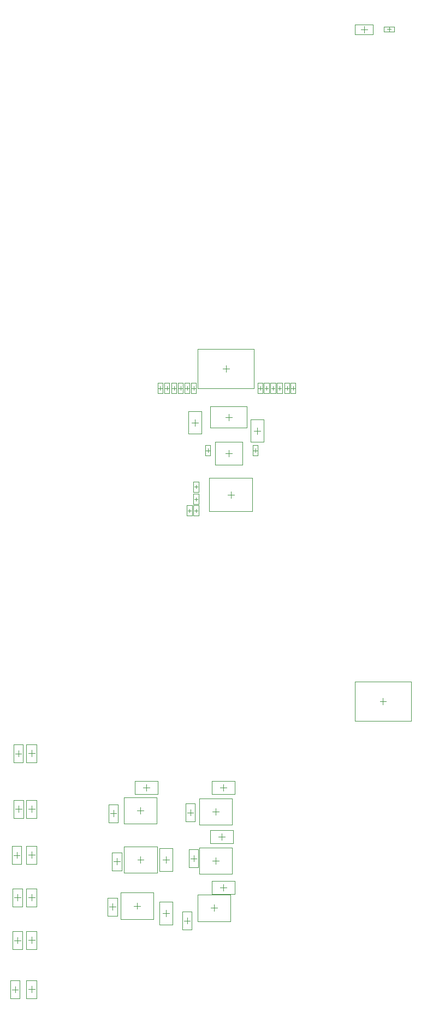
<source format=gbr>
G04 Layer_Color=32768*
%FSLAX26Y26*%
%MOIN*%
%TF.FileFunction,Other,Mechanical_15*%
%TF.Part,Single*%
G01*
G75*
%TA.AperFunction,NonConductor*%
%ADD74C,0.003937*%
%ADD77C,0.001968*%
D74*
X0Y-4834685D02*
X0Y-4795315D01*
X-19685Y-4815000D02*
X19685Y-4815000D01*
X-20000Y-4554685D02*
X-20000Y-4515315D01*
X-39685Y-4535000D02*
X-315Y-4535000D01*
X-495000Y-5129685D02*
X-495000Y-5090315D01*
X-514685Y-5110000D02*
X-475315Y-5110000D01*
X-1080000Y-4814685D02*
X-1080000Y-4775315D01*
X-1099685Y-4795000D02*
X-1060315Y-4795000D01*
X-1075000Y-5334685D02*
X-1075000Y-5295315D01*
X-1094685Y-5315000D02*
X-1055315Y-5315000D01*
X-1090000Y-5634685D02*
X-1090000Y-5595315D01*
X-1109685Y-5615000D02*
X-1070315Y-5615000D01*
X-1070000Y-4194685D02*
X-1070000Y-4155315D01*
X-1089685Y-4175000D02*
X-1050315Y-4175000D01*
X-1075000Y-5073066D02*
X-1075000Y-5033696D01*
X-1094685Y-5053381D02*
X-1055315Y-5053381D01*
X-345000Y-5124685D02*
X-345000Y-5085315D01*
X-364685Y-5105000D02*
X-325315Y-5105000D01*
X135946Y-4849685D02*
X135946Y-4810315D01*
X116261Y-4830000D02*
X155631Y-4830000D01*
X123978Y-5137401D02*
X123978Y-5098031D01*
X104293Y-5117717D02*
X143663Y-5117717D01*
X-40000Y-5214685D02*
X-40000Y-5175315D01*
X-59685Y-5195000D02*
X-20315Y-5195000D01*
X-325000Y-4543307D02*
X-325000Y-4503937D01*
X-344685Y-4523622D02*
X-305315Y-4523622D01*
X-490000Y-4559685D02*
X-490000Y-4520315D01*
X-509685Y-4540000D02*
X-470315Y-4540000D01*
X-188306Y-4823622D02*
X-148936Y-4823622D01*
X-168622Y-4843306D02*
X-168622Y-4803936D01*
X-288622Y-4403306D02*
X-288622Y-4363936D01*
X-308306Y-4383622D02*
X-268936Y-4383622D01*
X181378Y-5013306D02*
X181378Y-4973936D01*
X161694Y-4993622D02*
X201064Y-4993622D01*
X171378Y-4703306D02*
X171378Y-4663936D01*
X151694Y-4683622D02*
X191064Y-4683622D01*
X-188308Y-5150001D02*
X-148938Y-5150001D01*
X-168622Y-5169685D02*
X-168622Y-5130315D01*
X181378Y-4403306D02*
X181378Y-4363936D01*
X161694Y-4383622D02*
X201064Y-4383622D01*
X-988622Y-5633308D02*
X-988622Y-5593936D01*
X-1008306Y-5613622D02*
X-968936Y-5613622D01*
X-988622Y-5333308D02*
X-988622Y-5293936D01*
X-1008306Y-5313622D02*
X-968936Y-5313622D01*
X-988622Y-5073308D02*
X-988622Y-5033936D01*
X-1008306Y-5053622D02*
X-968936Y-5053622D01*
X-988622Y-4533308D02*
X-988622Y-4493936D01*
X-1008306Y-4513622D02*
X-968936Y-4513622D01*
X-988622Y-4813308D02*
X-988622Y-4773936D01*
X-1008306Y-4793622D02*
X-968936Y-4793622D01*
X-988622Y-4193308D02*
X-988622Y-4153936D01*
X-1008306Y-4173622D02*
X-968936Y-4173622D01*
X-488306Y-4833622D02*
X-448936Y-4833622D01*
X-468622Y-4853306D02*
X-468622Y-4813936D01*
X-1088306Y-4513622D02*
X-1048936Y-4513622D01*
X-1068622Y-4533306D02*
X-1068622Y-4493936D01*
X-343306Y-4823622D02*
X-303936Y-4823622D01*
X-323622Y-4843306D02*
X-323622Y-4803936D01*
X116261Y-4530000D02*
X155631Y-4530000D01*
X135945Y-4549684D02*
X135945Y-4510314D01*
X1041104Y223700D02*
X1041104Y263070D01*
X1021418Y243386D02*
X1060788Y243386D01*
X207638Y-2595122D02*
X247008Y-2595122D01*
X227324Y-2614806D02*
X227324Y-2575436D01*
X194512Y-2122940D02*
X233882Y-2122940D01*
X214196Y-2142626D02*
X214196Y-2103256D01*
X1156324Y-3876808D02*
X1156324Y-3837436D01*
X1136638Y-3857122D02*
X1176008Y-3857122D01*
X177638Y-1825122D02*
X217008Y-1825122D01*
X197324Y-1844808D02*
X197324Y-1805436D01*
X214196Y-2362626D02*
X214196Y-2323256D01*
X194512Y-2342940D02*
X233882Y-2342940D01*
X-12362Y-2155122D02*
X27008Y-2155122D01*
X7324Y-2174808D02*
X7324Y-2135436D01*
X367638Y-2205122D02*
X407008Y-2205122D01*
X387324Y-2224808D02*
X387324Y-2185436D01*
D77*
X509252Y-1976496D02*
X540748Y-1976496D01*
X509252Y-1913504D02*
X540748Y-1913504D01*
X509252Y-1976496D02*
X509252Y-1913504D01*
X540748Y-1976496D02*
X540748Y-1913504D01*
X525000Y-1955827D02*
X525000Y-1934173D01*
X514173Y-1945000D02*
X535827Y-1945000D01*
X-29528Y-4870118D02*
X29527Y-4870118D01*
X-29528Y-4759882D02*
X29527Y-4759882D01*
X-29528Y-4870118D02*
X-29528Y-4759882D01*
X29527Y-4870118D02*
X29527Y-4759882D01*
X-49528Y-4590118D02*
X9527Y-4590118D01*
X-49528Y-4479882D02*
X9527Y-4479882D01*
X-49528Y-4590118D02*
X-49528Y-4479882D01*
X9527Y-4590118D02*
X9527Y-4479882D01*
X-524528Y-5165118D02*
X-465473Y-5165118D01*
X-524528Y-5054882D02*
X-465473Y-5054882D01*
X-524528Y-5165118D02*
X-524528Y-5054882D01*
X-465473Y-5165118D02*
X-465473Y-5054882D01*
X-1109527Y-4850118D02*
X-1050472Y-4850118D01*
X-1109527Y-4739882D02*
X-1050472Y-4739882D01*
X-1050472Y-4850118D02*
X-1050472Y-4739882D01*
X-1109527Y-4850118D02*
X-1109527Y-4739882D01*
X-1104527Y-5370118D02*
X-1045472Y-5370118D01*
X-1104527Y-5259882D02*
X-1045472Y-5259882D01*
X-1045472Y-5370118D02*
X-1045472Y-5259882D01*
X-1104527Y-5370118D02*
X-1104527Y-5259882D01*
X-1119527Y-5670118D02*
X-1060472Y-5670118D01*
X-1119527Y-5559882D02*
X-1060472Y-5559882D01*
X-1060472Y-5670118D02*
X-1060472Y-5559882D01*
X-1119527Y-5670118D02*
X-1119527Y-5559882D01*
X-1099527Y-4230118D02*
X-1040472Y-4230118D01*
X-1099527Y-4119882D02*
X-1040472Y-4119882D01*
X-1040472Y-4230118D02*
X-1040472Y-4119882D01*
X-1099527Y-4230118D02*
X-1099527Y-4119882D01*
X-1104527Y-5108499D02*
X-1045472Y-5108499D01*
X-1104527Y-4998263D02*
X-1045472Y-4998263D01*
X-1045472Y-5108499D02*
X-1045472Y-4998263D01*
X-1104527Y-5108499D02*
X-1104527Y-4998263D01*
X469252Y-1913504D02*
X500748Y-1913504D01*
X469252Y-1976496D02*
X500748Y-1976496D01*
X500748Y-1913504D01*
X469252Y-1976496D02*
X469252Y-1913504D01*
X485000Y-1955827D02*
X485000Y-1934173D01*
X474173Y-1945000D02*
X495827Y-1945000D01*
X-95748Y-1976496D02*
X-64252Y-1976496D01*
X-95748Y-1913504D02*
X-64252Y-1913504D01*
X-95748Y-1976496D02*
X-95748Y-1913504D01*
X-64252Y-1976496D02*
X-64252Y-1913504D01*
X-80000Y-1955827D02*
X-80000Y-1934173D01*
X-90827Y-1945000D02*
X-69173Y-1945000D01*
X-445394Y-5185709D02*
X-244606Y-5185709D01*
X-445394Y-5024291D02*
X-244606Y-5024291D01*
X-244606Y-5185709D02*
X-244606Y-5024291D01*
X-445394Y-5185709D02*
X-445394Y-5024291D01*
X35552Y-4910709D02*
X236340Y-4910709D01*
X35552Y-4749291D02*
X236340Y-4749291D01*
X236340Y-4910709D02*
X236340Y-4749291D01*
X35552Y-4910709D02*
X35552Y-4749291D01*
X23584Y-5198425D02*
X224372Y-5198425D01*
X23584Y-5037008D02*
X224372Y-5037008D01*
X224372Y-5198425D02*
X224372Y-5037008D01*
X23584Y-5198425D02*
X23584Y-5037008D01*
X-135748Y-1913504D02*
X-104252Y-1913504D01*
X-135748Y-1976496D02*
X-104252Y-1976496D01*
X-104252Y-1913504D01*
X-135748Y-1976496D02*
X-135748Y-1913504D01*
X-120000Y-1955827D02*
X-120000Y-1934173D01*
X-130827Y-1945000D02*
X-109173Y-1945000D01*
X-178424Y-1976496D02*
X-146928Y-1976496D01*
X-178424Y-1913504D02*
X-146928Y-1913504D01*
X-178424Y-1976496D02*
X-178424Y-1913504D01*
X-146928Y-1976496D02*
X-146928Y-1913504D01*
X-162676Y-1955827D02*
X-162676Y-1934173D01*
X-173503Y-1945000D02*
X-151849Y-1945000D01*
X-69528Y-5139882D02*
X-10472Y-5139882D01*
X-69528Y-5250118D02*
X-10472Y-5250118D01*
X-10472Y-5139882D01*
X-69528Y-5250118D02*
X-69528Y-5139882D01*
X-425394Y-4604331D02*
X-224606Y-4604331D01*
X-425394Y-4442913D02*
X-224606Y-4442913D01*
X-224606Y-4604331D02*
X-224606Y-4442913D01*
X-425394Y-4604331D02*
X-425394Y-4442913D01*
X-519528Y-4595118D02*
X-460473Y-4595118D01*
X-519528Y-4484882D02*
X-460473Y-4484882D01*
X-519528Y-4595118D02*
X-519528Y-4484882D01*
X-460473Y-4595118D02*
X-460473Y-4484882D01*
X-748Y-2515422D02*
X30748Y-2515422D01*
X-748Y-2578414D02*
X30748Y-2578414D01*
X30748Y-2515422D01*
X-748Y-2578414D02*
X-748Y-2515422D01*
X15000Y-2557745D02*
X15000Y-2536091D01*
X4173Y-2546918D02*
X25827Y-2546918D01*
X-55748Y-1976496D02*
X-24252Y-1976496D01*
X-55748Y-1913504D02*
X-24252Y-1913504D01*
X-55748Y-1976496D02*
X-55748Y-1913504D01*
X-24252Y-1976496D02*
X-24252Y-1913504D01*
X-40000Y-1955827D02*
X-40000Y-1934173D01*
X-50827Y-1945000D02*
X-29173Y-1945000D01*
X-15748Y-1913504D02*
X15748Y-1913504D01*
X-15748Y-1976496D02*
X15748Y-1976496D01*
X15748Y-1913504D01*
X-15748Y-1976496D02*
X-15748Y-1913504D01*
X0Y-1955827D02*
X0Y-1934173D01*
X-10827Y-1945000D02*
X10827Y-1945000D01*
X429686Y-1976496D02*
X461182Y-1976496D01*
X429686Y-1913504D02*
X461182Y-1913504D01*
X429686Y-1976496D02*
X429686Y-1913504D01*
X461182Y-1976496D02*
X461182Y-1913504D01*
X445434Y-1955827D02*
X445434Y-1934173D01*
X434607Y-1945000D02*
X456261Y-1945000D01*
X554252Y-1976496D02*
X585748Y-1976496D01*
X554252Y-1913504D02*
X585748Y-1913504D01*
X554252Y-1976496D02*
X554252Y-1913504D01*
X585748Y-1976496D02*
X585748Y-1913504D01*
X570000Y-1955827D02*
X570000Y-1934173D01*
X559173Y-1945000D02*
X580827Y-1945000D01*
X1224804Y229528D02*
X1224804Y261024D01*
X1161812Y229528D02*
X1161812Y261024D01*
X1161812Y229528D02*
X1224804Y229528D01*
X1161812Y261024D02*
X1224804Y261024D01*
X1182481Y245276D02*
X1204134Y245276D01*
X1193308Y234449D02*
X1193308Y256102D01*
X-129252Y-4892520D02*
X-129252Y-4754724D01*
X-207992Y-4892520D02*
X-207992Y-4754724D01*
X-129252Y-4754724D01*
X-207992Y-4892520D02*
X-129252Y-4892520D01*
X-357518Y-4422992D02*
X-219724Y-4422992D01*
X-357518Y-4344252D02*
X-219724Y-4344252D01*
X-219724Y-4422992D02*
X-219724Y-4344252D01*
X-357518Y-4422992D02*
X-357518Y-4344252D01*
X112482Y-5032992D02*
X250276Y-5032992D01*
X112482Y-4954252D02*
X250276Y-4954252D01*
X250276Y-5032992D02*
X250276Y-4954252D01*
X112482Y-5032992D02*
X112482Y-4954252D01*
X102482Y-4722992D02*
X240276Y-4722992D01*
X102482Y-4644252D02*
X240276Y-4644252D01*
X240276Y-4722992D02*
X240276Y-4644252D01*
X102482Y-4722992D02*
X102482Y-4644252D01*
X-129252Y-5218897D02*
X-129252Y-5081103D01*
X-207992Y-5218897D02*
X-207992Y-5081103D01*
X-129252Y-5081103D01*
X-207992Y-5218897D02*
X-129252Y-5218897D01*
X112482Y-4422992D02*
X250276Y-4422992D01*
X112482Y-4344252D02*
X250276Y-4344252D01*
X250276Y-4422992D02*
X250276Y-4344252D01*
X112482Y-4422992D02*
X112482Y-4344252D01*
X-1020118Y-5558504D02*
X-957126Y-5558504D01*
X-1020118Y-5668740D02*
X-957126Y-5668740D01*
X-1020118Y-5668740D02*
X-1020118Y-5558504D01*
X-957126Y-5668740D02*
X-957126Y-5558504D01*
X-1020118Y-5258504D02*
X-957126Y-5258504D01*
X-1020118Y-5368740D02*
X-957126Y-5368740D01*
X-1020118Y-5368740D02*
X-1020118Y-5258504D01*
X-957126Y-5368740D02*
X-957126Y-5258504D01*
X-1020118Y-4998504D02*
X-957126Y-4998504D01*
X-1020118Y-5108740D02*
X-957126Y-5108740D01*
X-1020118Y-5108740D02*
X-1020118Y-4998504D01*
X-957126Y-5108740D02*
X-957126Y-4998504D01*
X-1020118Y-4458504D02*
X-957126Y-4458504D01*
X-1020118Y-4568740D02*
X-957126Y-4568740D01*
X-1020118Y-4568740D02*
X-1020118Y-4458504D01*
X-957126Y-4568740D02*
X-957126Y-4458504D01*
X-1020118Y-4738504D02*
X-957126Y-4738504D01*
X-1020118Y-4848740D02*
X-957126Y-4848740D01*
X-1020118Y-4848740D02*
X-1020118Y-4738504D01*
X-957126Y-4848740D02*
X-957126Y-4738504D01*
X-1020118Y-4118504D02*
X-957126Y-4118504D01*
X-1020118Y-4228740D02*
X-957126Y-4228740D01*
X-1020118Y-4228740D02*
X-1020118Y-4118504D01*
X-957126Y-4228740D02*
X-957126Y-4118504D01*
X-439094Y-4888740D02*
X-439094Y-4778504D01*
X-498148Y-4888740D02*
X-498148Y-4778504D01*
X-439094Y-4778504D01*
X-498148Y-4888740D02*
X-439094Y-4888740D01*
X-1098148Y-4568740D02*
X-1098148Y-4458504D01*
X-1039094Y-4568740D02*
X-1039094Y-4458504D01*
X-1098148Y-4458504D02*
X-1039094Y-4458504D01*
X-1098148Y-4568740D02*
X-1039094Y-4568740D01*
X-424016Y-4904330D02*
X-424016Y-4742914D01*
X-223228Y-4904330D02*
X-223228Y-4742914D01*
X-424016Y-4742914D02*
X-223228Y-4742914D01*
X-424016Y-4904330D02*
X-223228Y-4904330D01*
X35551Y-4610708D02*
X35551Y-4449292D01*
X236339Y-4610708D02*
X236339Y-4449292D01*
X35551Y-4449292D02*
X236339Y-4449292D01*
X35551Y-4610708D02*
X236339Y-4610708D01*
X985986Y211890D02*
X1096222Y211890D01*
X985986Y274882D02*
X1096222Y274882D01*
X1096222Y211890D02*
X1096222Y274882D01*
X985986Y211890D02*
X985986Y274882D01*
X95434Y-2697484D02*
X95434Y-2492760D01*
X359214Y-2697484D02*
X359214Y-2492760D01*
X95434Y-2492760D02*
X359214Y-2492760D01*
X95434Y-2697484D02*
X359214Y-2697484D01*
X596496Y-1945122D02*
X618150Y-1945122D01*
X607324Y-1955948D02*
X607324Y-1934296D01*
X591576Y-1976618D02*
X591576Y-1913626D01*
X623072Y-1976618D02*
X623072Y-1913626D01*
X591576Y-1976618D02*
X623072Y-1976618D01*
X591576Y-1913626D02*
X623072Y-1913626D01*
X396496Y-1945122D02*
X418150Y-1945122D01*
X407324Y-1955948D02*
X407324Y-1934296D01*
X391576Y-1976618D02*
X391576Y-1913626D01*
X423072Y-1976618D02*
X423072Y-1913626D01*
X391576Y-1976618D02*
X423072Y-1976618D01*
X391576Y-1913626D02*
X423072Y-1913626D01*
X101992Y-2187902D02*
X101992Y-2057980D01*
X326402Y-2187902D02*
X326402Y-2057980D01*
X101992Y-2057980D02*
X326402Y-2057980D01*
X101992Y-2187902D02*
X326402Y-2187902D01*
X985064Y-3977200D02*
X1327584Y-3977200D01*
X985064Y-3737044D02*
X1327584Y-3737044D01*
X985064Y-3977200D02*
X985064Y-3737044D01*
X1327584Y-3977200D02*
X1327584Y-3737044D01*
X26064Y-1945200D02*
X26064Y-1705044D01*
X368584Y-1945200D02*
X368584Y-1705044D01*
X26064Y-1705044D02*
X368584Y-1705044D01*
X26064Y-1945200D02*
X368584Y-1945200D01*
X131520Y-2411838D02*
X296874Y-2411838D01*
X131520Y-2274042D02*
X296874Y-2274042D01*
X296874Y-2411838D02*
X296874Y-2274042D01*
X131520Y-2411838D02*
X131520Y-2274042D01*
X3370Y-2622940D02*
X25024Y-2622940D01*
X14196Y-2633768D02*
X14196Y-2612114D01*
X-1552Y-2654436D02*
X-1552Y-2591444D01*
X29944Y-2654436D02*
X29944Y-2591444D01*
X-1552Y-2654436D02*
X29944Y-2654436D01*
X-1552Y-2591444D02*
X29944Y-2591444D01*
X-36630Y-2692940D02*
X-14976Y-2692940D01*
X-25804Y-2703768D02*
X-25804Y-2682114D01*
X-41552Y-2724436D02*
X-41552Y-2661444D01*
X-10056Y-2724436D02*
X-10056Y-2661444D01*
X-41552Y-2724436D02*
X-10056Y-2724436D01*
X-41552Y-2661444D02*
X-10056Y-2661444D01*
X3370Y-2692940D02*
X25024Y-2692940D01*
X14196Y-2703768D02*
X14196Y-2682114D01*
X29944Y-2724436D02*
X29944Y-2661444D01*
X-1552Y-2724436D02*
X-1552Y-2661444D01*
X29944Y-2661444D01*
X-1552Y-2724436D02*
X29944Y-2724436D01*
X-214644Y-1945000D02*
X-192990Y-1945000D01*
X-203819Y-1955826D02*
X-203819Y-1934174D01*
X-219566Y-1976496D02*
X-219566Y-1913504D01*
X-188071Y-1976496D02*
X-188071Y-1913504D01*
X-219566Y-1976496D02*
X-188071Y-1976496D01*
X-219566Y-1913504D02*
X-188071Y-1913504D01*
X-32046Y-2224020D02*
X-32046Y-2086224D01*
X46694Y-2224020D02*
X46694Y-2086224D01*
X-32046Y-2224020D02*
X46694Y-2224020D01*
X-32046Y-2086224D02*
X46694Y-2086224D01*
X347954Y-2274020D02*
X347954Y-2136224D01*
X426694Y-2274020D02*
X426694Y-2136224D01*
X347954Y-2274020D02*
X426694Y-2274020D01*
X347954Y-2136224D02*
X426694Y-2136224D01*
X365512Y-2325122D02*
X389134Y-2325122D01*
X377324Y-2336934D02*
X377324Y-2313310D01*
X361576Y-2356618D02*
X361576Y-2293626D01*
X393072Y-2356618D02*
X393072Y-2293626D01*
X361576Y-2356618D02*
X393072Y-2356618D01*
X361576Y-2293626D02*
X393072Y-2293626D01*
X75512Y-2325122D02*
X99134Y-2325122D01*
X87324Y-2336934D02*
X87324Y-2313310D01*
X71576Y-2356618D02*
X71576Y-2293626D01*
X103072Y-2356618D02*
X103072Y-2293626D01*
X71576Y-2356618D02*
X103072Y-2356618D01*
X71576Y-2293626D02*
X103072Y-2293626D01*
%TF.MD5,d923a0179cfced477c03e87b71826254*%
M02*

</source>
